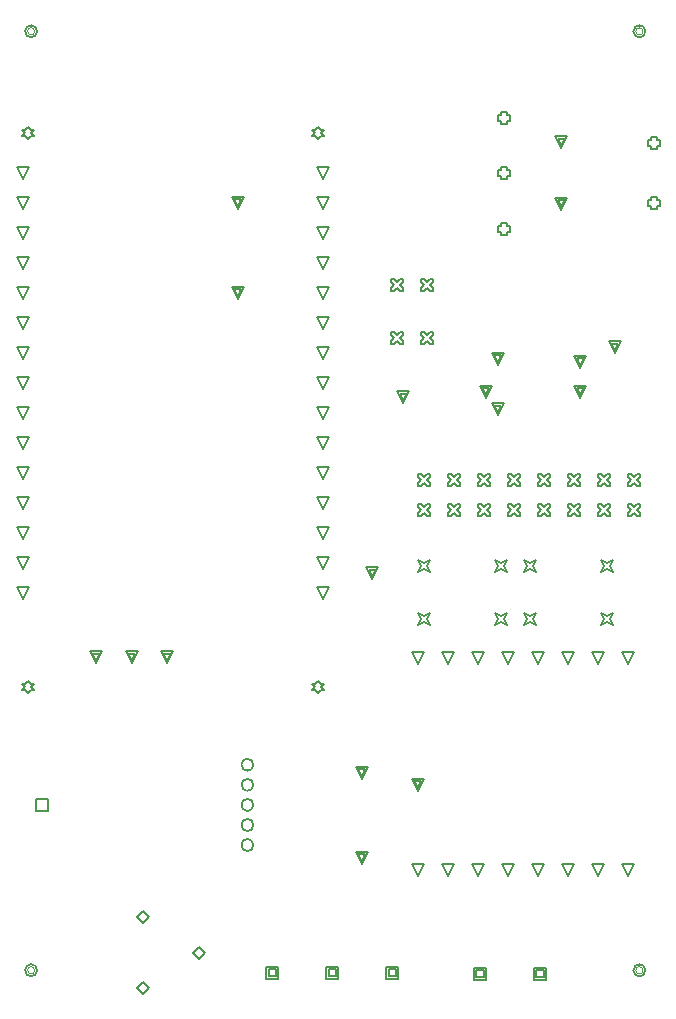
<source format=gbr>
%TF.GenerationSoftware,Altium Limited,Altium Designer,25.2.1 (25)*%
G04 Layer_Color=2752767*
%FSLAX43Y43*%
%MOMM*%
%TF.SameCoordinates,B664DB7D-B6DB-4AC9-9DB7-209C64ECDA10*%
%TF.FilePolarity,Positive*%
%TF.FileFunction,Drawing*%
%TF.Part,Single*%
G01*
G75*
%TA.AperFunction,NonConductor*%
%ADD55C,0.127*%
%ADD73C,0.169*%
%ADD74C,0.102*%
D55*
X52482Y45532D02*
X52736D01*
X52990Y45786D01*
X53244Y45532D01*
X53498D01*
Y45786D01*
X53244Y46040D01*
X53498Y46294D01*
Y46548D01*
X53244D01*
X52990Y46294D01*
X52736Y46548D01*
X52482D01*
Y46294D01*
X52736Y46040D01*
X52482Y45786D01*
Y45532D01*
X55022D02*
X55276D01*
X55530Y45786D01*
X55784Y45532D01*
X56038D01*
Y45786D01*
X55784Y46040D01*
X56038Y46294D01*
Y46548D01*
X55784D01*
X55530Y46294D01*
X55276Y46548D01*
X55022D01*
Y46294D01*
X55276Y46040D01*
X55022Y45786D01*
Y45532D01*
X49942D02*
X50196D01*
X50450Y45786D01*
X50704Y45532D01*
X50958D01*
Y45786D01*
X50704Y46040D01*
X50958Y46294D01*
Y46548D01*
X50704D01*
X50450Y46294D01*
X50196Y46548D01*
X49942D01*
Y46294D01*
X50196Y46040D01*
X49942Y45786D01*
Y45532D01*
X37242Y45532D02*
X37496D01*
X37750Y45786D01*
X38004Y45532D01*
X38258D01*
Y45786D01*
X38004Y46040D01*
X38258Y46294D01*
Y46548D01*
X38004D01*
X37750Y46294D01*
X37496Y46548D01*
X37242D01*
Y46294D01*
X37496Y46040D01*
X37242Y45786D01*
Y45532D01*
X39782D02*
X40036D01*
X40290Y45786D01*
X40544Y45532D01*
X40798D01*
Y45786D01*
X40544Y46040D01*
X40798Y46294D01*
Y46548D01*
X40544D01*
X40290Y46294D01*
X40036Y46548D01*
X39782D01*
Y46294D01*
X40036Y46040D01*
X39782Y45786D01*
Y45532D01*
X42322D02*
X42576D01*
X42830Y45786D01*
X43084Y45532D01*
X43338D01*
Y45786D01*
X43084Y46040D01*
X43338Y46294D01*
Y46548D01*
X43084D01*
X42830Y46294D01*
X42576Y46548D01*
X42322D01*
Y46294D01*
X42576Y46040D01*
X42322Y45786D01*
Y45532D01*
X44862Y45532D02*
X45116D01*
X45370Y45786D01*
X45624Y45532D01*
X45878D01*
Y45786D01*
X45624Y46040D01*
X45878Y46294D01*
Y46548D01*
X45624D01*
X45370Y46294D01*
X45116Y46548D01*
X44862D01*
Y46294D01*
X45116Y46040D01*
X44862Y45786D01*
Y45532D01*
X47402Y45532D02*
X47656D01*
X47910Y45786D01*
X48164Y45532D01*
X48418D01*
Y45786D01*
X48164Y46040D01*
X48418Y46294D01*
Y46548D01*
X48164D01*
X47910Y46294D01*
X47656Y46548D01*
X47402D01*
Y46294D01*
X47656Y46040D01*
X47402Y45786D01*
Y45532D01*
X39782Y42992D02*
X40036D01*
X40290Y43246D01*
X40544Y42992D01*
X40798D01*
Y43246D01*
X40544Y43500D01*
X40798Y43754D01*
Y44008D01*
X40544D01*
X40290Y43754D01*
X40036Y44008D01*
X39782D01*
Y43754D01*
X40036Y43500D01*
X39782Y43246D01*
Y42992D01*
X37242D02*
X37496D01*
X37750Y43246D01*
X38004Y42992D01*
X38258D01*
Y43246D01*
X38004Y43500D01*
X38258Y43754D01*
Y44008D01*
X38004D01*
X37750Y43754D01*
X37496Y44008D01*
X37242D01*
Y43754D01*
X37496Y43500D01*
X37242Y43246D01*
Y42992D01*
X44862D02*
X45116D01*
X45370Y43246D01*
X45624Y42992D01*
X45878D01*
Y43246D01*
X45624Y43500D01*
X45878Y43754D01*
Y44008D01*
X45624D01*
X45370Y43754D01*
X45116Y44008D01*
X44862D01*
Y43754D01*
X45116Y43500D01*
X44862Y43246D01*
Y42992D01*
X42322D02*
X42576D01*
X42830Y43246D01*
X43084Y42992D01*
X43338D01*
Y43246D01*
X43084Y43500D01*
X43338Y43754D01*
Y44008D01*
X43084D01*
X42830Y43754D01*
X42576Y44008D01*
X42322D01*
Y43754D01*
X42576Y43500D01*
X42322Y43246D01*
Y42992D01*
X49942D02*
X50196D01*
X50450Y43246D01*
X50704Y42992D01*
X50958D01*
Y43246D01*
X50704Y43500D01*
X50958Y43754D01*
Y44008D01*
X50704D01*
X50450Y43754D01*
X50196Y44008D01*
X49942D01*
Y43754D01*
X50196Y43500D01*
X49942Y43246D01*
Y42992D01*
X47402D02*
X47656D01*
X47910Y43246D01*
X48164Y42992D01*
X48418D01*
Y43246D01*
X48164Y43500D01*
X48418Y43754D01*
Y44008D01*
X48164D01*
X47910Y43754D01*
X47656Y44008D01*
X47402D01*
Y43754D01*
X47656Y43500D01*
X47402Y43246D01*
Y42992D01*
X55022Y42992D02*
X55276D01*
X55530Y43246D01*
X55784Y42992D01*
X56038D01*
Y43246D01*
X55784Y43500D01*
X56038Y43754D01*
Y44008D01*
X55784D01*
X55530Y43754D01*
X55276Y44008D01*
X55022D01*
Y43754D01*
X55276Y43500D01*
X55022Y43246D01*
Y42992D01*
X52482D02*
X52736D01*
X52990Y43246D01*
X53244Y42992D01*
X53498D01*
Y43246D01*
X53244Y43500D01*
X53498Y43754D01*
Y44008D01*
X53244D01*
X52990Y43754D01*
X52736Y44008D01*
X52482D01*
Y43754D01*
X52736Y43500D01*
X52482Y43246D01*
Y42992D01*
X37492Y57492D02*
X37746D01*
X38000Y57746D01*
X38254Y57492D01*
X38508D01*
Y57746D01*
X38254Y58000D01*
X38508Y58254D01*
Y58508D01*
X38254D01*
X38000Y58254D01*
X37746Y58508D01*
X37492D01*
Y58254D01*
X37746Y58000D01*
X37492Y57746D01*
Y57492D01*
X34952D02*
X35206D01*
X35460Y57746D01*
X35714Y57492D01*
X35968D01*
Y57746D01*
X35714Y58000D01*
X35968Y58254D01*
Y58508D01*
X35714D01*
X35460Y58254D01*
X35206Y58508D01*
X34952D01*
Y58254D01*
X35206Y58000D01*
X34952Y57746D01*
Y57492D01*
X28780Y74922D02*
X29034Y75176D01*
X29288D01*
X29034Y75430D01*
X29288Y75684D01*
X29034D01*
X28780Y75938D01*
X28526Y75684D01*
X28272D01*
X28526Y75430D01*
X28272Y75176D01*
X28526D01*
X28780Y74922D01*
X29200Y68952D02*
X28692Y69968D01*
X29708D01*
X29200Y68952D01*
Y66412D02*
X28692Y67428D01*
X29708D01*
X29200Y66412D01*
Y71492D02*
X28692Y72508D01*
X29708D01*
X29200Y71492D01*
X28780Y27972D02*
X29034Y28226D01*
X29288D01*
X29034Y28480D01*
X29288Y28734D01*
X29034D01*
X28780Y28988D01*
X28526Y28734D01*
X28272D01*
X28526Y28480D01*
X28272Y28226D01*
X28526D01*
X28780Y27972D01*
X29200Y35932D02*
X28692Y36948D01*
X29708D01*
X29200Y35932D01*
Y38472D02*
X28692Y39488D01*
X29708D01*
X29200Y38472D01*
Y41012D02*
X28692Y42028D01*
X29708D01*
X29200Y41012D01*
Y43552D02*
X28692Y44568D01*
X29708D01*
X29200Y43552D01*
Y46092D02*
X28692Y47108D01*
X29708D01*
X29200Y46092D01*
Y48632D02*
X28692Y49648D01*
X29708D01*
X29200Y48632D01*
Y51172D02*
X28692Y52188D01*
X29708D01*
X29200Y51172D01*
Y53712D02*
X28692Y54728D01*
X29708D01*
X29200Y53712D01*
Y56252D02*
X28692Y57268D01*
X29708D01*
X29200Y56252D01*
Y58792D02*
X28692Y59808D01*
X29708D01*
X29200Y58792D01*
Y61332D02*
X28692Y62348D01*
X29708D01*
X29200Y61332D01*
Y63872D02*
X28692Y64888D01*
X29708D01*
X29200Y63872D01*
X3800Y35932D02*
X3292Y36948D01*
X4308D01*
X3800Y35932D01*
Y43552D02*
X3292Y44568D01*
X4308D01*
X3800Y43552D01*
Y46092D02*
X3292Y47108D01*
X4308D01*
X3800Y46092D01*
Y48632D02*
X3292Y49648D01*
X4308D01*
X3800Y48632D01*
Y51172D02*
X3292Y52188D01*
X4308D01*
X3800Y51172D01*
Y53712D02*
X3292Y54728D01*
X4308D01*
X3800Y53712D01*
Y56252D02*
X3292Y57268D01*
X4308D01*
X3800Y56252D01*
Y58792D02*
X3292Y59808D01*
X4308D01*
X3800Y58792D01*
Y61332D02*
X3292Y62348D01*
X4308D01*
X3800Y61332D01*
Y63872D02*
X3292Y64888D01*
X4308D01*
X3800Y63872D01*
Y66412D02*
X3292Y67428D01*
X4308D01*
X3800Y66412D01*
Y68952D02*
X3292Y69968D01*
X4308D01*
X3800Y68952D01*
Y71492D02*
X3292Y72508D01*
X4308D01*
X3800Y71492D01*
X4270Y74922D02*
X4524Y75176D01*
X4778D01*
X4524Y75430D01*
X4778Y75684D01*
X4524D01*
X4270Y75938D01*
X4016Y75684D01*
X3762D01*
X4016Y75430D01*
X3762Y75176D01*
X4016D01*
X4270Y74922D01*
Y27972D02*
X4524Y28226D01*
X4778D01*
X4524Y28480D01*
X4778Y28734D01*
X4524D01*
X4270Y28988D01*
X4016Y28734D01*
X3762D01*
X4016Y28480D01*
X3762Y28226D01*
X4016D01*
X4270Y27972D01*
X3800Y38472D02*
X3292Y39488D01*
X4308D01*
X3800Y38472D01*
Y41012D02*
X3292Y42028D01*
X4308D01*
X3800Y41012D01*
X52742Y33742D02*
X52996Y34250D01*
X52742Y34758D01*
X53250Y34504D01*
X53758Y34758D01*
X53504Y34250D01*
X53758Y33742D01*
X53250Y33996D01*
X52742Y33742D01*
X46242D02*
X46496Y34250D01*
X46242Y34758D01*
X46750Y34504D01*
X47258Y34758D01*
X47004Y34250D01*
X47258Y33742D01*
X46750Y33996D01*
X46242Y33742D01*
X52742Y38242D02*
X52996Y38750D01*
X52742Y39258D01*
X53250Y39004D01*
X53758Y39258D01*
X53504Y38750D01*
X53758Y38242D01*
X53250Y38496D01*
X52742Y38242D01*
X46242D02*
X46496Y38750D01*
X46242Y39258D01*
X46750Y39004D01*
X47258Y39258D01*
X47004Y38750D01*
X47258Y38242D01*
X46750Y38496D01*
X46242Y38242D01*
X56946Y69206D02*
Y68952D01*
X57454D01*
Y69206D01*
X57708D01*
Y69714D01*
X57454D01*
Y69968D01*
X56946D01*
Y69714D01*
X56692D01*
Y69206D01*
X56946D01*
Y74286D02*
Y74032D01*
X57454D01*
Y74286D01*
X57708D01*
Y74794D01*
X57454D01*
Y75048D01*
X56946D01*
Y74794D01*
X56692D01*
Y74286D01*
X56946D01*
X44246Y67046D02*
Y66792D01*
X44754D01*
Y67046D01*
X45008D01*
Y67554D01*
X44754D01*
Y67808D01*
X44246D01*
Y67554D01*
X43992D01*
Y67046D01*
X44246D01*
Y71746D02*
Y71492D01*
X44754D01*
Y71746D01*
X45008D01*
Y72254D01*
X44754D01*
Y72508D01*
X44246D01*
Y72254D01*
X43992D01*
Y71746D01*
X44246D01*
Y76446D02*
Y76192D01*
X44754D01*
Y76446D01*
X45008D01*
Y76954D01*
X44754D01*
Y77208D01*
X44246D01*
Y76954D01*
X43992D01*
Y76446D01*
X44246D01*
X34572Y3792D02*
Y4808D01*
X35588D01*
Y3792D01*
X34572D01*
X34775Y3995D02*
Y4605D01*
X35385D01*
Y3995D01*
X34775D01*
X29492Y3792D02*
Y4808D01*
X30508D01*
Y3792D01*
X29492D01*
X29695Y3995D02*
Y4605D01*
X30305D01*
Y3995D01*
X29695D01*
X24412Y3792D02*
Y4808D01*
X25428D01*
Y3792D01*
X24412D01*
X24615Y3995D02*
Y4605D01*
X25225D01*
Y3995D01*
X24615D01*
X55000Y12492D02*
X54492Y13508D01*
X55508D01*
X55000Y12492D01*
X52460D02*
X51952Y13508D01*
X52968D01*
X52460Y12492D01*
X49920D02*
X49412Y13508D01*
X50428D01*
X49920Y12492D01*
X47380D02*
X46872Y13508D01*
X47888D01*
X47380Y12492D01*
X44840D02*
X44332Y13508D01*
X45348D01*
X44840Y12492D01*
X42300D02*
X41792Y13508D01*
X42808D01*
X42300Y12492D01*
X39760D02*
X39252Y13508D01*
X40268D01*
X39760Y12492D01*
X37220D02*
X36712Y13508D01*
X37728D01*
X37220Y12492D01*
X55000Y30472D02*
X54492Y31488D01*
X55508D01*
X55000Y30472D01*
X52460D02*
X51952Y31488D01*
X52968D01*
X52460Y30472D01*
X49920D02*
X49412Y31488D01*
X50428D01*
X49920Y30472D01*
X47380D02*
X46872Y31488D01*
X47888D01*
X47380Y30472D01*
X44840D02*
X44332Y31488D01*
X45348D01*
X44840Y30472D01*
X42300D02*
X41792Y31488D01*
X42808D01*
X42300Y30472D01*
X39760D02*
X39252Y31488D01*
X40268D01*
X39760Y30472D01*
X37220D02*
X36712Y31488D01*
X37728D01*
X37220Y30472D01*
X37242Y38242D02*
X37496Y38750D01*
X37242Y39258D01*
X37750Y39004D01*
X38258Y39258D01*
X38004Y38750D01*
X38258Y38242D01*
X37750Y38496D01*
X37242Y38242D01*
X43742D02*
X43996Y38750D01*
X43742Y39258D01*
X44250Y39004D01*
X44758Y39258D01*
X44504Y38750D01*
X44758Y38242D01*
X44250Y38496D01*
X43742Y38242D01*
X37242Y33742D02*
X37496Y34250D01*
X37242Y34758D01*
X37750Y34504D01*
X38258Y34758D01*
X38004Y34250D01*
X38258Y33742D01*
X37750Y33996D01*
X37242Y33742D01*
X43742D02*
X43996Y34250D01*
X43742Y34758D01*
X44250Y34504D01*
X44758Y34758D01*
X44504Y34250D01*
X44758Y33742D01*
X44250Y33996D01*
X43742Y33742D01*
X34952Y61992D02*
X35206D01*
X35460Y62246D01*
X35714Y61992D01*
X35968D01*
Y62246D01*
X35714Y62500D01*
X35968Y62754D01*
Y63008D01*
X35714D01*
X35460Y62754D01*
X35206Y63008D01*
X34952D01*
Y62754D01*
X35206Y62500D01*
X34952Y62246D01*
Y61992D01*
X37492D02*
X37746D01*
X38000Y62246D01*
X38254Y61992D01*
X38508D01*
Y62246D01*
X38254Y62500D01*
X38508Y62754D01*
Y63008D01*
X38254D01*
X38000Y62754D01*
X37746Y63008D01*
X37492D01*
Y62754D01*
X37746Y62500D01*
X37492Y62246D01*
Y61992D01*
X4930Y17992D02*
Y19008D01*
X5945D01*
Y17992D01*
X4930D01*
X18192Y6000D02*
X18700Y6508D01*
X19208Y6000D01*
X18700Y5492D01*
X18192Y6000D01*
X13492Y9000D02*
X14000Y9508D01*
X14508Y9000D01*
X14000Y8492D01*
X13492Y9000D01*
Y3000D02*
X14000Y3508D01*
X14508Y3000D01*
X14000Y2492D01*
X13492Y3000D01*
X47072Y3692D02*
Y4708D01*
X48088D01*
Y3692D01*
X47072D01*
X47275Y3895D02*
Y4505D01*
X47885D01*
Y3895D01*
X47275D01*
X41992Y3692D02*
Y4708D01*
X43008D01*
Y3692D01*
X41992D01*
X42195Y3895D02*
Y4505D01*
X42805D01*
Y3895D01*
X42195D01*
X44000Y55742D02*
X43492Y56758D01*
X44508D01*
X44000Y55742D01*
Y55945D02*
X43695Y56555D01*
X44305D01*
X44000Y55945D01*
X36000Y52492D02*
X35492Y53508D01*
X36508D01*
X36000Y52492D01*
Y52695D02*
X35695Y53305D01*
X36305D01*
X36000Y52695D01*
X51000Y55492D02*
X50492Y56508D01*
X51508D01*
X51000Y55492D01*
Y55695D02*
X50695Y56305D01*
X51305D01*
X51000Y55695D01*
X44000Y51492D02*
X43492Y52508D01*
X44508D01*
X44000Y51492D01*
Y51695D02*
X43695Y52305D01*
X44305D01*
X44000Y51695D01*
X37220Y19692D02*
X36712Y20708D01*
X37728D01*
X37220Y19692D01*
Y19895D02*
X36915Y20505D01*
X37525D01*
X37220Y19895D01*
X33400Y37592D02*
X32892Y38608D01*
X33908D01*
X33400Y37592D01*
Y37795D02*
X33095Y38405D01*
X33705D01*
X33400Y37795D01*
X53900Y56742D02*
X53392Y57758D01*
X54408D01*
X53900Y56742D01*
Y56945D02*
X53595Y57555D01*
X54205D01*
X53900Y56945D01*
X51000Y52992D02*
X50492Y54008D01*
X51508D01*
X51000Y52992D01*
Y53195D02*
X50695Y53805D01*
X51305D01*
X51000Y53195D01*
X43000Y52992D02*
X42492Y54008D01*
X43508D01*
X43000Y52992D01*
Y53195D02*
X42695Y53805D01*
X43305D01*
X43000Y53195D01*
X32500Y13492D02*
X31992Y14508D01*
X33008D01*
X32500Y13492D01*
Y13695D02*
X32195Y14305D01*
X32805D01*
X32500Y13695D01*
Y20692D02*
X31992Y21708D01*
X33008D01*
X32500Y20692D01*
Y20895D02*
X32195Y21505D01*
X32805D01*
X32500Y20895D01*
X16000Y30492D02*
X15492Y31508D01*
X16508D01*
X16000Y30492D01*
Y30695D02*
X15695Y31305D01*
X16305D01*
X16000Y30695D01*
X13000Y30492D02*
X12492Y31508D01*
X13508D01*
X13000Y30492D01*
Y30695D02*
X12695Y31305D01*
X13305D01*
X13000Y30695D01*
X10000Y30492D02*
X9492Y31508D01*
X10508D01*
X10000Y30492D01*
Y30695D02*
X9695Y31305D01*
X10305D01*
X10000Y30695D01*
X49400Y74092D02*
X48892Y75108D01*
X49908D01*
X49400Y74092D01*
Y74295D02*
X49095Y74905D01*
X49705D01*
X49400Y74295D01*
Y68892D02*
X48892Y69908D01*
X49908D01*
X49400Y68892D01*
Y69095D02*
X49095Y69705D01*
X49705D01*
X49400Y69095D01*
X22000Y68952D02*
X21492Y69968D01*
X22508D01*
X22000Y68952D01*
Y69155D02*
X21695Y69765D01*
X22305D01*
X22000Y69155D01*
Y61332D02*
X21492Y62348D01*
X22508D01*
X22000Y61332D01*
Y61535D02*
X21695Y62145D01*
X22305D01*
X22000Y61535D01*
D73*
X23320Y15100D02*
G03*
X23320Y15100I-508J0D01*
G01*
Y16800D02*
G03*
X23320Y16800I-508J0D01*
G01*
Y20200D02*
G03*
X23320Y20200I-508J0D01*
G01*
Y21900D02*
G03*
X23320Y21900I-508J0D01*
G01*
Y18500D02*
G03*
X23320Y18500I-508J0D01*
G01*
X5008Y84000D02*
G03*
X5008Y84000I-508J0D01*
G01*
X56508D02*
G03*
X56508Y84000I-508J0D01*
G01*
X5008Y4500D02*
G03*
X5008Y4500I-508J0D01*
G01*
X56508D02*
G03*
X56508Y4500I-508J0D01*
G01*
D74*
X4805Y84000D02*
G03*
X4805Y84000I-305J0D01*
G01*
X56305D02*
G03*
X56305Y84000I-305J0D01*
G01*
X4805Y4500D02*
G03*
X4805Y4500I-305J0D01*
G01*
X56305D02*
G03*
X56305Y4500I-305J0D01*
G01*
%TF.MD5,0d3acba29c41e46c221e91531ae55dc1*%
M02*

</source>
